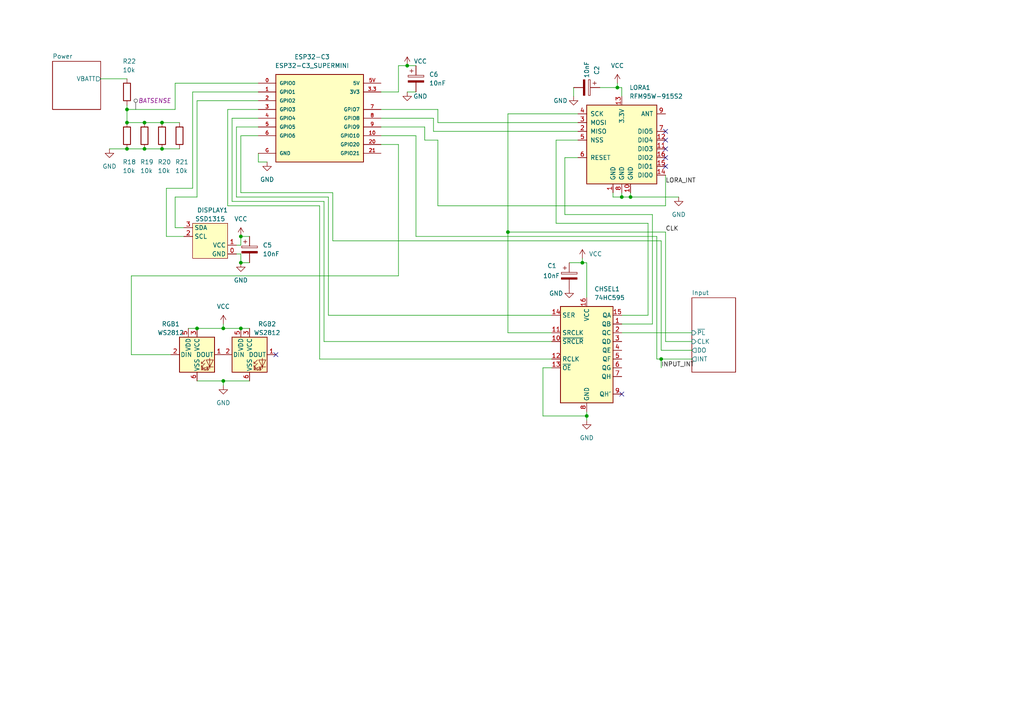
<source format=kicad_sch>
(kicad_sch (version 20230121) (generator eeschema)
  (paper "A4")
  (lib_symbols
    (symbol "74xx:74HC595"
      (property "Reference" "U" (at -7.62 13.97 0))
      (property "Value" "74HC595" (at -7.62 -16.51 0))
      (symbol "74HC595_1_0"
        (pin tri_state line (at 10.16 7.62 180) (length 2.54) (name "QB") (number "1"))
        (pin input line (at -10.16 2.54 0) (length 2.54) (name "~{SRCLR}") (number "10"))
        (pin input line (at -10.16 5.08 0) (length 2.54) (name "SRCLK") (number "11"))
        (pin input line (at -10.16 -2.54 0) (length 2.54) (name "RCLK") (number "12"))
        (pin input line (at -10.16 -5.08 0) (length 2.54) (name "~{OE}") (number "13"))
        (pin input line (at -10.16 10.16 0) (length 2.54) (name "SER") (number "14"))
        (pin tri_state line (at 10.16 10.16 180) (length 2.54) (name "QA") (number "15"))
        (pin power_in line (at 0 15.24 270) (length 2.54) (name "VCC") (number "16"))
        (pin tri_state line (at 10.16 5.08 180) (length 2.54) (name "QC") (number "2"))
        (pin tri_state line (at 10.16 2.54 180) (length 2.54) (name "QD") (number "3"))
        (pin tri_state line (at 10.16 0 180) (length 2.54) (name "QE") (number "4"))
        (pin tri_state line (at 10.16 -2.54 180) (length 2.54) (name "QF") (number "5"))
        (pin tri_state line (at 10.16 -5.08 180) (length 2.54) (name "QG") (number "6"))
        (pin tri_state line (at 10.16 -7.62 180) (length 2.54) (name "QH") (number "7"))
        (pin power_in line (at 0 -17.78 90) (length 2.54) (name "GND") (number "8"))
        (pin output line (at 10.16 -12.7 180) (length 2.54) (name "QH'") (number "9"))
      )
      (symbol "74HC595_1_1"
        (rectangle (start -7.62 12.7) (end 7.62 -15.24) (stroke (width 0.254)) (fill (type background)))
      )
    )
    (symbol "Device:C_Polarized" (pin_numbers hide) (pin_names (offset 0.254))
      (property "Reference" "C" (at 0.635 2.54 0))
      (property "Value" "C_Polarized" (at 0.635 -2.54 0))
      (symbol "C_Polarized_0_1"
        (rectangle (start -2.286 0.508) (end 2.286 1.016))
        (polyline (pts (xy -1.778 2.286) (xy -0.762 2.286)))
        (polyline (pts (xy -1.27 2.794) (xy -1.27 1.778)))
        (rectangle (start 2.286 -0.508) (end -2.286 -1.016) (fill (type outline)))
      )
      (symbol "C_Polarized_1_1"
        (pin passive line (at 0 3.81 270) (length 2.794) (name "~") (number "1"))
        (pin passive line (at 0 -3.81 90) (length 2.794) (name "~") (number "2"))
      )
    )
    (symbol "Device:R" (pin_numbers hide) (pin_names (offset 0))
      (property "Reference" "R" (at 2.032 0 90))
      (property "Value" "R" (at 0 0 90))
      (symbol "R_0_1"
        (rectangle (start -1.016 -2.54) (end 1.016 2.54) (stroke (width 0.254)))
      )
      (symbol "R_1_1"
        (pin passive line (at 0 3.81 270) (length 1.27) (name "~") (number "1"))
        (pin passive line (at 0 -3.81 90) (length 1.27) (name "~") (number "2"))
      )
    )
    (symbol "LED:WS2812" (pin_names (offset 0.254))
      (property "Reference" "D" (at 5.08 5.715 0))
      (property "Value" "WS2812" (at 1.27 -5.715 0))
      (symbol "WS2812_0_0"
        (text "RGB" (at 2.286 -4.191 0) (effects (font (size 0.762 0.762))))
      )
      (symbol "WS2812_0_1"
        (polyline (pts (xy 1.27 -3.556) (xy 1.778 -3.556)))
        (polyline (pts (xy 1.27 -2.54) (xy 1.778 -2.54)))
        (polyline (pts (xy 4.699 -3.556) (xy 2.667 -3.556)))
        (polyline (pts (xy 2.286 -2.54) (xy 1.27 -3.556) (xy 1.27 -3.048)))
        (polyline (pts (xy 2.286 -1.524) (xy 1.27 -2.54) (xy 1.27 -2.032)))
        (polyline (pts (xy 3.683 -1.016) (xy 3.683 -3.556) (xy 3.683 -4.064)))
        (polyline (pts (xy 4.699 -1.524) (xy 2.667 -1.524) (xy 3.683 -3.556) (xy 4.699 -1.524)))
        (rectangle (start 5.08 5.08) (end -5.08 -5.08) (stroke (width 0.254)) (fill (type background)))
      )
      (symbol "WS2812_1_1"
        (pin output line (at 7.62 0 180) (length 2.54) (name "DOUT") (number "1"))
        (pin input line (at -7.62 0 0) (length 2.54) (name "DIN") (number "2"))
        (pin power_in line (at 0 7.62 270) (length 2.54) (name "VCC") (number "3"))
        (pin no_connect line (at 5.08 2.54 180) (length 2.54) hide (name "NC") (number "4"))
        (pin power_in line (at -2.54 7.62 270) (length 2.54) (name "VDD") (number "5"))
        (pin power_in line (at 0 -7.62 90) (length 2.54) (name "VSS") (number "6"))
      )
    )
    (symbol "RF_Module:RFM95W-915S2" (pin_names (offset 1.016))
      (property "Reference" "U" (at -10.414 11.684 0))
      (property "Value" "RFM95W-915S2" (at 1.524 11.43 0))
      (symbol "RFM95W-915S2_0_1"
        (rectangle (start -10.16 10.16) (end 10.16 -12.7) (stroke (width 0.254)) (fill (type background)))
      )
      (symbol "RFM95W-915S2_1_1"
        (pin power_in line (at -2.54 -15.24 90) (length 2.54) (name "GND") (number "1"))
        (pin power_in line (at 2.54 -15.24 90) (length 2.54) (name "GND") (number "10"))
        (pin bidirectional line (at 12.7 -2.54 180) (length 2.54) (name "DIO3") (number "11"))
        (pin bidirectional line (at 12.7 0 180) (length 2.54) (name "DIO4") (number "12"))
        (pin power_in line (at 0 12.7 270) (length 2.54) (name "3.3V") (number "13"))
        (pin bidirectional line (at 12.7 -10.16 180) (length 2.54) (name "DIO0") (number "14"))
        (pin bidirectional line (at 12.7 -7.62 180) (length 2.54) (name "DIO1") (number "15"))
        (pin bidirectional line (at 12.7 -5.08 180) (length 2.54) (name "DIO2") (number "16"))
        (pin output line (at -12.7 2.54 0) (length 2.54) (name "MISO") (number "2"))
        (pin input line (at -12.7 5.08 0) (length 2.54) (name "MOSI") (number "3"))
        (pin input line (at -12.7 7.62 0) (length 2.54) (name "SCK") (number "4"))
        (pin input line (at -12.7 0 0) (length 2.54) (name "NSS") (number "5"))
        (pin bidirectional line (at -12.7 -5.08 0) (length 2.54) (name "RESET") (number "6"))
        (pin bidirectional line (at 12.7 2.54 180) (length 2.54) (name "DIO5") (number "7"))
        (pin power_in line (at 0 -15.24 90) (length 2.54) (name "GND") (number "8"))
        (pin bidirectional line (at 12.7 7.62 180) (length 2.54) (name "ANT") (number "9"))
      )
    )
    (symbol "power:GND" (power) (pin_names (offset 0))
      (property "Value" "GND" (at 0 -3.81 0))
      (symbol "GND_0_1"
        (polyline (pts (xy 0 0) (xy 0 -1.27) (xy 1.27 -1.27) (xy 0 -2.54) (xy -1.27 -1.27) (xy 0 -1.27)))
      )
      (symbol "GND_1_1"
        (pin power_in line (at 0 0 270) (length 0) hide (name "GND") (number "1"))
      )
    )
    (symbol "power:VCC" (power) (pin_names (offset 0))
      (property "Value" "VCC" (at 0 3.81 0))
      (symbol "VCC_0_1"
        (polyline (pts (xy -0.762 1.27) (xy 0 2.54)))
        (polyline (pts (xy 0 0) (xy 0 2.54)))
        (polyline (pts (xy 0 2.54) (xy 0.762 1.27)))
      )
      (symbol "VCC_1_1"
        (pin power_in line (at 0 0 90) (length 0) hide (name "VCC") (number "1"))
      )
    )
    (symbol "xandy_s1:ESP32-C3_SUPERMINI" (pin_names (offset 1.016))
      (property "Reference" "U" (at -12.7 16.002 0))
      (property "Value" "ESP32-C3_SUPERMINI" (at -11.43 -12.7 0))
      (symbol "ESP32-C3_SUPERMINI_0_0"
        (rectangle (start -12.7 15.24) (end 12.7 -10.16) (stroke (width 0.254)) (fill (type background)))
        (pin bidirectional line (at -17.78 12.7 0) (length 5.08) (name "GPIO0") (number "0"))
        (pin bidirectional line (at -17.78 10.16 0) (length 5.08) (name "GPIO1") (number "1"))
        (pin bidirectional line (at 17.78 -2.54 180) (length 5.08) (name "GPIO10") (number "10"))
        (pin bidirectional line (at -17.78 7.62 0) (length 5.08) (name "GPIO2") (number "2"))
        (pin bidirectional line (at 17.78 -5.08 180) (length 5.08) (name "GPIO20") (number "20"))
        (pin bidirectional line (at 17.78 -7.62 180) (length 5.08) (name "GPIO21") (number "21"))
        (pin bidirectional line (at -17.78 5.08 0) (length 5.08) (name "GPIO3") (number "3"))
        (pin power_in line (at 17.78 10.16 180) (length 5.08) (name "3V3") (number "3.3"))
        (pin bidirectional line (at -17.78 2.54 0) (length 5.08) (name "GPIO4") (number "4"))
        (pin bidirectional line (at -17.78 0 0) (length 5.08) (name "GPIO5") (number "5"))
        (pin power_in line (at 17.78 12.7 180) (length 5.08) (name "5V") (number "5V"))
        (pin bidirectional line (at -17.78 -2.54 0) (length 5.08) (name "GPIO6") (number "6"))
        (pin bidirectional line (at 17.78 5.08 180) (length 5.08) (name "GPIO7") (number "7"))
        (pin bidirectional line (at 17.78 2.54 180) (length 5.08) (name "GPIO8") (number "8"))
        (pin bidirectional line (at 17.78 0 180) (length 5.08) (name "GPIO9") (number "9"))
        (pin power_in line (at -17.78 -7.62 0) (length 5.08) (name "GND") (number "G"))
      )
      (symbol "ESP32-C3_SUPERMINI_1_1"
        (text "~" (at -16.639 0.9113 0) (effects (font (size 1.27 1.27))))
        (text "~" (at -16.5762 3.5838 0) (effects (font (size 1.27 1.27))))
        (text "~" (at -16.5762 5.948 0) (effects (font (size 1.27 1.27))))
        (text "~" (at -16.5248 11.0582 0) (effects (font (size 1.27 1.27))))
        (text "~" (at -16.4505 13.5932 0) (effects (font (size 1.27 1.27))))
      )
    )
    (symbol "xandy_s1:SSD1315_I2C"
      (property "Reference" "U" (at 11.43 13.97 0))
      (property "Value" "SSD1315" (at 3.81 11.43 0))
      (symbol "SSD1315_I2C_0_0"
        (pin power_in line (at 11.43 1.27 180) (length 2.54) (name "GND") (number "0"))
        (pin power_in line (at 11.43 3.81 180) (length 2.54) (name "VCC") (number "1"))
        (pin input line (at -3.81 6.35 0) (length 2.54) (name "SCL") (number "2"))
        (pin input line (at -3.81 8.89 0) (length 2.54) (name "SDA") (number "3"))
      )
      (symbol "SSD1315_I2C_1_1"
        (rectangle (start -1.27 10.16) (end 8.89 0) (fill (type background)))
      )
    )
  )
  (junction (at 69.85 76.2))
  (junction (at 69.85 68.58))
  (junction (at 147.32 67.31))
  (junction (at 36.83 43.18))
  (junction (at 170.18 120.65))
  (junction (at 36.83 35.56))
  (junction (at 118.11 19.05))
  (junction (at 69.85 95.25))
  (junction (at 46.99 43.18))
  (junction (at 179.07 25.4))
  (junction (at 182.88 57.15))
  (junction (at 64.77 110.49))
  (junction (at 46.99 35.56))
  (junction (at 41.91 35.56))
  (junction (at 41.91 43.18))
  (junction (at 168.91 76.2))
  (junction (at 64.77 95.25))
  (junction (at 36.83 31.75))
  (junction (at 57.15 95.25))
  (junction (at 191.77 104.14))
  (junction (at 180.34 57.15))
  (no_connect (at 80.01 102.87))
  (no_connect (at 180.34 114.3))
  (no_connect (at 193.04 38.1))
  (no_connect (at 193.04 43.18))
  (no_connect (at 193.04 48.26))
  (no_connect (at 193.04 40.64))
  (no_connect (at 193.04 45.72))
  (wire (pts (xy 68.58 36.83) (xy 68.58 57.15)))
  (wire (pts (xy 74.93 44.45) (xy 74.93 46.99)))
  (wire (pts (xy 163.83 62.23) (xy 189.23 62.23)))
  (wire (pts (xy 55.88 26.67) (xy 55.88 54.61)))
  (wire (pts (xy 95.25 91.44) (xy 160.02 91.44)))
  (wire (pts (xy 193.04 59.69) (xy 127 59.69)))
  (wire (pts (xy 69.85 68.58) (xy 72.39 68.58)))
  (wire (pts (xy 69.85 39.37) (xy 69.85 55.88)))
  (wire (pts (xy 74.93 36.83) (xy 68.58 36.83)))
  (wire (pts (xy 36.83 31.75) (xy 50.8 31.75)))
  (wire (pts (xy 41.91 35.56) (xy 46.99 35.56)))
  (wire (pts (xy 180.34 57.15) (xy 177.8 57.15)))
  (wire (pts (xy 200.66 101.6) (xy 191.77 101.6)))
  (wire (pts (xy 110.49 34.29) (xy 125.73 34.29)))
  (wire (pts (xy 180.34 96.52) (xy 200.66 96.52)))
  (wire (pts (xy 38.1 80.01) (xy 115.57 80.01)))
  (wire (pts (xy 38.1 102.87) (xy 38.1 80.01)))
  (wire (pts (xy 200.66 99.06) (xy 193.04 99.06)))
  (wire (pts (xy 177.8 57.15) (xy 177.8 55.88)))
  (wire (pts (xy 170.18 86.36) (xy 170.18 76.2)))
  (wire (pts (xy 48.26 68.58) (xy 53.34 68.58)))
  (wire (pts (xy 180.34 25.4) (xy 179.07 25.4)))
  (wire (pts (xy 93.98 58.42) (xy 67.31 58.42)))
  (wire (pts (xy 48.26 54.61) (xy 48.26 68.58)))
  (wire (pts (xy 167.64 35.56) (xy 127 35.56)))
  (wire (pts (xy 170.18 76.2) (xy 168.91 76.2)))
  (wire (pts (xy 123.19 40.64) (xy 123.19 36.83)))
  (wire (pts (xy 189.23 62.23) (xy 189.23 93.98)))
  (wire (pts (xy 92.71 104.14) (xy 160.02 104.14)))
  (wire (pts (xy 157.48 120.65) (xy 170.18 120.65)))
  (wire (pts (xy 55.88 54.61) (xy 48.26 54.61)))
  (wire (pts (xy 161.29 40.64) (xy 167.64 40.64)))
  (wire (pts (xy 50.8 31.75) (xy 50.8 24.13)))
  (wire (pts (xy 67.31 58.42) (xy 67.31 34.29)))
  (wire (pts (xy 160.02 106.68) (xy 157.48 106.68)))
  (wire (pts (xy 50.8 57.15) (xy 57.15 57.15)))
  (wire (pts (xy 180.34 55.88) (xy 180.34 57.15)))
  (wire (pts (xy 29.21 22.86) (xy 36.83 22.86)))
  (wire (pts (xy 68.58 71.12) (xy 69.85 71.12)))
  (wire (pts (xy 123.19 36.83) (xy 110.49 36.83)))
  (wire (pts (xy 170.18 119.38) (xy 170.18 120.65)))
  (wire (pts (xy 189.23 93.98) (xy 180.34 93.98)))
  (wire (pts (xy 161.29 64.77) (xy 161.29 40.64)))
  (wire (pts (xy 110.49 26.67) (xy 115.57 26.67)))
  (wire (pts (xy 173.99 25.4) (xy 179.07 25.4)))
  (wire (pts (xy 187.96 91.44) (xy 187.96 64.77)))
  (wire (pts (xy 182.88 55.88) (xy 182.88 57.15)))
  (wire (pts (xy 187.96 64.77) (xy 161.29 64.77)))
  (wire (pts (xy 127 31.75) (xy 110.49 31.75)))
  (wire (pts (xy 57.15 95.25) (xy 64.77 95.25)))
  (wire (pts (xy 160.02 96.52) (xy 147.32 96.52)))
  (wire (pts (xy 190.5 104.14) (xy 190.5 68.58)))
  (wire (pts (xy 115.57 41.91) (xy 110.49 41.91)))
  (wire (pts (xy 74.93 46.99) (xy 77.47 46.99)))
  (wire (pts (xy 179.07 24.13) (xy 179.07 25.4)))
  (wire (pts (xy 74.93 26.67) (xy 55.88 26.67)))
  (wire (pts (xy 69.85 73.66) (xy 69.85 76.2)))
  (wire (pts (xy 118.11 26.67) (xy 120.65 26.67)))
  (wire (pts (xy 68.58 57.15) (xy 95.25 57.15)))
  (wire (pts (xy 41.91 43.18) (xy 46.99 43.18)))
  (wire (pts (xy 191.77 101.6) (xy 191.77 69.85)))
  (wire (pts (xy 120.65 68.58) (xy 120.65 39.37)))
  (wire (pts (xy 69.85 71.12) (xy 69.85 68.58)))
  (wire (pts (xy 127 40.64) (xy 123.19 40.64)))
  (wire (pts (xy 166.37 25.4) (xy 166.37 27.94)))
  (wire (pts (xy 92.71 59.69) (xy 92.71 104.14)))
  (wire (pts (xy 50.8 24.13) (xy 74.93 24.13)))
  (wire (pts (xy 93.98 99.06) (xy 93.98 58.42)))
  (wire (pts (xy 127 35.56) (xy 127 31.75)))
  (wire (pts (xy 147.32 67.31) (xy 147.32 96.52)))
  (wire (pts (xy 182.88 57.15) (xy 180.34 57.15)))
  (wire (pts (xy 69.85 95.25) (xy 72.39 95.25)))
  (wire (pts (xy 64.77 110.49) (xy 72.39 110.49)))
  (wire (pts (xy 49.53 102.87) (xy 38.1 102.87)))
  (wire (pts (xy 167.64 45.72) (xy 163.83 45.72)))
  (wire (pts (xy 180.34 91.44) (xy 187.96 91.44)))
  (wire (pts (xy 74.93 39.37) (xy 69.85 39.37)))
  (wire (pts (xy 36.83 43.18) (xy 41.91 43.18)))
  (wire (pts (xy 125.73 34.29) (xy 125.73 38.1)))
  (wire (pts (xy 53.34 66.04) (xy 50.8 66.04)))
  (wire (pts (xy 165.1 76.2) (xy 168.91 76.2)))
  (wire (pts (xy 96.52 55.88) (xy 96.52 69.85)))
  (wire (pts (xy 120.65 39.37) (xy 110.49 39.37)))
  (wire (pts (xy 64.77 110.49) (xy 64.77 111.76)))
  (wire (pts (xy 96.52 69.85) (xy 191.77 69.85)))
  (wire (pts (xy 31.75 43.18) (xy 36.83 43.18)))
  (wire (pts (xy 57.15 57.15) (xy 57.15 29.21)))
  (wire (pts (xy 193.04 50.8) (xy 193.04 59.69)))
  (wire (pts (xy 50.8 66.04) (xy 50.8 57.15)))
  (wire (pts (xy 118.11 19.05) (xy 120.65 19.05)))
  (wire (pts (xy 191.77 106.68) (xy 191.77 104.14)))
  (wire (pts (xy 200.66 104.14) (xy 191.77 104.14)))
  (wire (pts (xy 193.04 99.06) (xy 193.04 67.31)))
  (wire (pts (xy 147.32 33.02) (xy 167.64 33.02)))
  (wire (pts (xy 36.83 31.75) (xy 36.83 35.56)))
  (wire (pts (xy 69.85 76.2) (xy 72.39 76.2)))
  (wire (pts (xy 46.99 43.18) (xy 52.07 43.18)))
  (wire (pts (xy 160.02 99.06) (xy 93.98 99.06)))
  (wire (pts (xy 95.25 57.15) (xy 95.25 91.44)))
  (wire (pts (xy 170.18 120.65) (xy 170.18 121.92)))
  (wire (pts (xy 36.83 35.56) (xy 41.91 35.56)))
  (wire (pts (xy 163.83 45.72) (xy 163.83 62.23)))
  (wire (pts (xy 74.93 31.75) (xy 66.04 31.75)))
  (wire (pts (xy 57.15 29.21) (xy 74.93 29.21)))
  (wire (pts (xy 54.61 95.25) (xy 57.15 95.25)))
  (wire (pts (xy 196.85 57.15) (xy 182.88 57.15)))
  (wire (pts (xy 180.34 25.4) (xy 180.34 27.94)))
  (wire (pts (xy 68.58 73.66) (xy 69.85 73.66)))
  (wire (pts (xy 36.83 30.48) (xy 36.83 31.75)))
  (wire (pts (xy 190.5 68.58) (xy 120.65 68.58)))
  (wire (pts (xy 115.57 19.05) (xy 115.57 26.67)))
  (wire (pts (xy 69.85 55.88) (xy 96.52 55.88)))
  (wire (pts (xy 193.04 67.31) (xy 147.32 67.31)))
  (wire (pts (xy 125.73 38.1) (xy 167.64 38.1)))
  (wire (pts (xy 66.04 31.75) (xy 66.04 59.69)))
  (wire (pts (xy 115.57 19.05) (xy 118.11 19.05)))
  (wire (pts (xy 57.15 110.49) (xy 64.77 110.49)))
  (wire (pts (xy 127 59.69) (xy 127 40.64)))
  (wire (pts (xy 46.99 35.56) (xy 52.07 35.56)))
  (wire (pts (xy 67.31 34.29) (xy 74.93 34.29)))
  (wire (pts (xy 168.91 74.93) (xy 168.91 76.2)))
  (wire (pts (xy 147.32 33.02) (xy 147.32 67.31)))
  (wire (pts (xy 64.77 95.25) (xy 69.85 95.25)))
  (wire (pts (xy 191.77 104.14) (xy 190.5 104.14)))
  (wire (pts (xy 64.77 93.98) (xy 64.77 95.25)))
  (wire (pts (xy 157.48 106.68) (xy 157.48 120.65)))
  (wire (pts (xy 115.57 80.01) (xy 115.57 41.91)))
  (wire (pts (xy 66.04 59.69) (xy 92.71 59.69)))
  (label "INPUT_INT" (at 191.77 106.68 0))
  (label "LORA_INT" (at 193.04 53.34 0))
  (label "CLK" (at 193.04 67.31 0))
  (netclass_flag "" (length 2.54) (shape round) (at 39.37 31.75 0) (property "Netclass" "BATSENSE" (at 40.0685 29.21 0) (effects (font italic) (justify left))))
  (symbol (lib_id "power:VCC") (at 118.11 19.05 0) (unit 1)
    (property "Reference" "#PWR025" (effects hide))
    (property "Value" "VCC" (at 121.92 17.78 0))
  )
  (symbol (lib_id "Device:R") (at 36.83 26.67 0) (unit 1)
    (property "Reference" "R22" (at 35.56 17.78 0) (effects (justify left)))
    (property "Value" "10k" (at 35.56 20.32 0) (effects (justify left)))
    (property "Footprint" "Resistor_SMD:R_0805_2012Metric_Pad1.20x1.40mm_HandSolder" (effects hide))
  )
  (symbol (lib_id "power:GND") (at 69.85 76.2 0) (unit 1)
    (property "Reference" "#PWR021" (effects hide))
    (property "Value" "GND" (at 69.85 81.28 0))
  )
  (symbol (lib_id "power:VCC") (at 64.77 93.98 0) (unit 1)
    (property "Reference" "#PWR014" (effects hide))
    (property "Value" "VCC" (at 64.77 88.9 0))
  )
  (symbol (lib_id "power:GND") (at 166.37 27.94 0) (unit 1)
    (property "Reference" "#PWR019" (effects hide))
    (property "Value" "GND" (at 162.56 29.21 0))
  )
  (symbol (lib_id "Device:R") (at 41.91 39.37 0) (unit 1)
    (property "Reference" "R19" (at 40.64 46.99 0) (effects (justify left)))
    (property "Value" "10k" (at 40.64 49.53 0) (effects (justify left)))
    (property "Footprint" "Resistor_SMD:R_0805_2012Metric_Pad1.20x1.40mm_HandSolder" (effects hide))
  )
  (symbol (lib_id "Device:C_Polarized") (at 165.1 80.01 0) (unit 1)
    (property "Reference" "C1" (at 158.75 77.089 0) (effects (justify left)))
    (property "Value" "10nF" (at 157.48 80.01 0) (effects (justify left)))
    (property "Footprint" "Capacitor_SMD:C_0805_2012Metric_Pad1.18x1.45mm_HandSolder" (effects hide))
  )
  (symbol (lib_id "Device:R") (at 52.07 39.37 0) (unit 1)
    (property "Reference" "R21" (at 50.8 46.99 0) (effects (justify left)))
    (property "Value" "10k" (at 50.8 49.53 0) (effects (justify left)))
    (property "Footprint" "Resistor_SMD:R_0805_2012Metric_Pad1.20x1.40mm_HandSolder" (effects hide))
  )
  (symbol (lib_id "Device:C_Polarized") (at 170.18 25.4 270) (unit 1)
    (property "Reference" "C2" (at 173.101 19.05 0) (effects (justify left)))
    (property "Value" "10nF" (at 170.18 17.78 0) (effects (justify left)))
    (property "Footprint" "Capacitor_SMD:C_0805_2012Metric_Pad1.18x1.45mm_HandSolder" (effects hide))
  )
  (symbol (lib_id "power:GND") (at 196.85 57.15 0) (unit 1)
    (property "Reference" "#PWR018" (effects hide))
    (property "Value" "GND" (at 196.85 62.23 0))
  )
  (symbol (lib_id "Device:C_Polarized") (at 120.65 22.86 0) (unit 1)
    (property "Reference" "C6" (at 124.46 21.59 0) (effects (justify left)))
    (property "Value" "10nF" (at 124.46 24.13 0) (effects (justify left)))
    (property "Footprint" "Capacitor_SMD:C_0805_2012Metric_Pad1.18x1.45mm_HandSolder" (effects hide))
  )
  (symbol (lib_id "Device:R") (at 46.99 39.37 0) (unit 1)
    (property "Reference" "R20" (at 45.72 46.99 0) (effects (justify left)))
    (property "Value" "10k" (at 45.72 49.53 0) (effects (justify left)))
    (property "Footprint" "Resistor_SMD:R_0805_2012Metric_Pad1.20x1.40mm_HandSolder" (effects hide))
  )
  (symbol (lib_id "power:GND") (at 170.18 121.92 0) (unit 1)
    (property "Reference" "#PWR017" (effects hide))
    (property "Value" "GND" (at 170.18 127 0))
  )
  (symbol (lib_id "power:VCC") (at 69.85 68.58 0) (unit 1)
    (property "Reference" "#PWR022" (effects hide))
    (property "Value" "VCC" (at 69.85 63.5 0))
  )
  (symbol (lib_id "RF_Module:RFM95W-915S2") (at 180.34 40.64 0) (unit 1)
    (property "Reference" "LORA1" (at 182.5341 25.4 0) (effects (justify left)))
    (property "Value" "RFM95W-915S2" (at 182.5341 27.94 0) (effects (justify left)))
    (property "Footprint" "RF_Module:HOPERF_RFM9XW_SMD" (effects hide))
    (property "Datasheet" "https://www.hoperf.com/data/upload/portal/20181127/5bfcbea20e9ef.pdf" (effects hide))
  )
  (symbol (lib_id "74xx:74HC595") (at 170.18 101.6 0) (unit 1)
    (property "Reference" "CHSEL1" (at 172.3741 83.82 0) (effects (justify left)))
    (property "Value" "74HC595" (at 172.3741 86.36 0) (effects (justify left)))
    (property "Footprint" "Package_SO:SOP-16_3.9x9.9mm_P1.27mm" (effects hide))
    (property "Datasheet" "http://www.ti.com/lit/ds/symlink/sn74hc595.pdf" (effects hide))
  )
  (symbol (lib_id "power:VCC") (at 179.07 24.13 0) (unit 1)
    (property "Reference" "#PWR020" (effects hide))
    (property "Value" "VCC" (at 179.07 19.05 0))
  )
  (symbol (lib_id "xandy_s1:SSD1315_I2C") (at 57.15 74.93 0) (unit 1)
    (property "Reference" "DISPLAY1" (at 57.15 60.96 0) (effects (justify left)))
    (property "Value" "SSD1315" (at 60.96 63.5 0))
    (property "Footprint" "xandy1:SSD1315 I2C THT" (effects hide))
  )
  (symbol (lib_id "power:GND") (at 64.77 111.76 0) (unit 1)
    (property "Reference" "#PWR013" (effects hide))
    (property "Value" "GND" (at 64.77 116.84 0))
  )
  (symbol (lib_id "power:VCC") (at 168.91 74.93 0) (unit 1)
    (property "Reference" "#PWR015" (effects hide))
    (property "Value" "VCC" (at 172.72 73.66 0))
  )
  (symbol (lib_id "Device:R") (at 36.83 39.37 0) (unit 1)
    (property "Reference" "R18" (at 35.56 46.99 0) (effects (justify left)))
    (property "Value" "10k" (at 35.56 49.53 0) (effects (justify left)))
    (property "Footprint" "Resistor_SMD:R_0805_2012Metric_Pad1.20x1.40mm_HandSolder" (effects hide))
  )
  (symbol (lib_id "LED:WS2812") (at 57.15 102.87 0) (unit 1)
    (property "Reference" "RGB1" (at 49.53 93.98 0))
    (property "Value" "WS2812" (at 49.53 96.52 0))
    (property "Footprint" "LED_SMD:LED_WS2812_PLCC6_5.0x5.0mm_P1.6mm" (effects hide))
    (property "Datasheet" "https://cdn-shop.adafruit.com/datasheets/WS2812.pdf" (effects hide))
  )
  (symbol (lib_id "power:GND") (at 165.1 83.82 0) (unit 1)
    (property "Reference" "#PWR016" (effects hide))
    (property "Value" "GND" (at 161.29 85.09 0))
  )
  (symbol (lib_id "xandy_s1:ESP32-C3_SUPERMINI") (at 92.71 36.83 0) (unit 1)
    (property "Reference" "ESP32-C3" (at 90.5216 16.51 0))
    (property "Value" "ESP32-C3_SUPERMINI" (at 90.5216 19.05 0))
    (property "Footprint" "xandy1:MODULE_ESP32-C3_SUPERMINI SMD" (effects hide))
    (property "MF" "Espressif Systems" (effects hide))
    (property "MAXIMUM_PACKAGE_HEIGHT" "4.2mm" (effects hide))
    (property "Package" "Package" (effects hide))
    (property "Price" "None" (effects hide))
    (property "STANDARD" "Manufacturer Recommendations" (effects hide))
    (property "MP" "ESP32-C3 SuperMini" (effects hide))
    (property "Description" "Super tiny ESP32-C3 board" (effects hide))
    (property "MANUFACTURER" "Espressif" (effects hide))
  )
  (symbol (lib_id "power:GND") (at 77.47 46.99 0) (unit 1)
    (property "Reference" "#PWR024" (effects hide))
    (property "Value" "GND" (at 77.47 52.07 0))
  )
  (symbol (lib_id "power:GND") (at 31.75 43.18 0) (unit 1)
    (property "Reference" "#PWR012" (effects hide))
    (property "Value" "GND" (at 31.75 48.26 0))
  )
  (symbol (lib_id "power:GND") (at 118.11 26.67 0) (unit 1)
    (property "Reference" "#PWR026" (effects hide))
    (property "Value" "GND" (at 121.92 27.94 0))
  )
  (symbol (lib_id "Device:C_Polarized") (at 72.39 72.39 0) (unit 1)
    (property "Reference" "C5" (at 76.2 71.12 0) (effects (justify left)))
    (property "Value" "10nF" (at 76.2 73.66 0) (effects (justify left)))
    (property "Footprint" "Capacitor_SMD:C_0805_2012Metric_Pad1.18x1.45mm_HandSolder" (effects hide))
  )
  (symbol (lib_id "LED:WS2812") (at 72.39 102.87 0) (unit 1)
    (property "Reference" "RGB2" (at 77.47 93.98 0))
    (property "Value" "WS2812" (at 77.47 96.52 0))
    (property "Footprint" "LED_SMD:LED_WS2812_PLCC6_5.0x5.0mm_P1.6mm" (effects hide))
    (property "Datasheet" "https://cdn-shop.adafruit.com/datasheets/WS2812.pdf" (effects hide))
  )
  (sheet (at 15.24 17.78) (size 13.97 13.97) (stroke (width 0.1524))
    (property "Sheetname" "Power" (at 15.24 17.0684 0) (effects (justify left bottom)))
    (property "Sheetfile" "power.kicad_sch" (effects hide))
    (pin "VBATT" output (at 29.21 22.86 0))
  )
  (sheet (at 200.66 86.36) (size 12.7 21.59) (stroke (width 0.1524))
    (property "Sheetname" "Input" (at 200.66 85.6484 0) (effects (justify left bottom)))
    (property "Sheetfile" "input.kicad_sch" (effects hide))
    (pin "INT" output (at 200.66 104.14 180))
    (pin "DO" output (at 200.66 101.6 180))
    (pin "CLK" input (at 200.66 99.06 180))
    (pin "~{PL}" input (at 200.66 96.52 180))
  )
)
</source>
